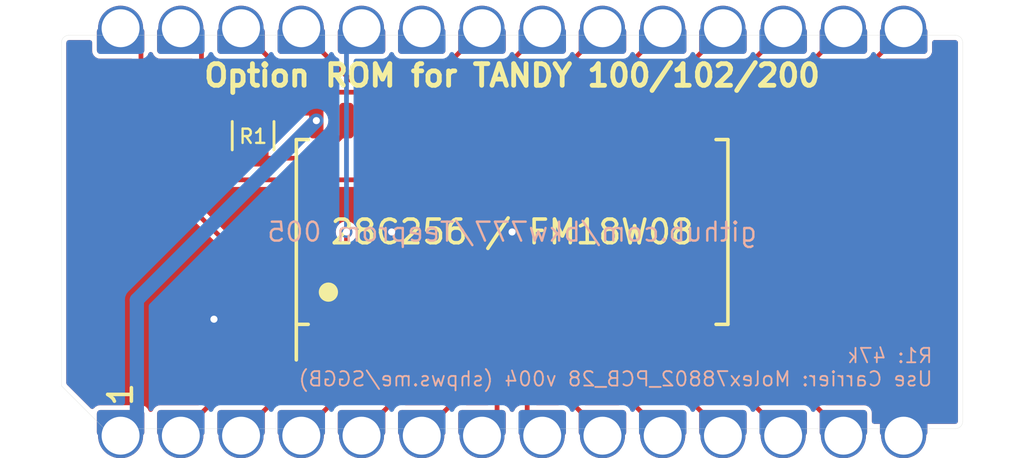
<source format=kicad_pcb>
(kicad_pcb (version 20211014) (generator pcbnew)
  (title_block (title "Teeprom") (date "2022-12-21") (rev "005") (company "b.kenyon.w@gmail.com") (comment 1 "CC-BY-SA") (comment 2 "github.com/bkw777/Teeprom") (comment 3 "Option ROM for TANDY 100/102/200") (comment 4 "Use Carrier: Molex78802_PCB_28 v004 (shpws.me/SGGB)"))
  (layers (0 "F.Cu" signal "Top") (31 "B.Cu" signal "Bottom") (34 "B.Paste" user) (35 "F.Paste" user) (36 "B.SilkS" user "B.Silkscreen") (37 "F.SilkS" user "F.Silkscreen") (38 "B.Mask" user) (39 "F.Mask" user) (44 "Edge.Cuts" user))
  (net 0 "")
  (net 1 "/D3")
  (net 2 "/A10")
  (net 3 "/D4")
  (net 4 "/A7")
  (net 5 "/D5")
  (net 6 "/A6")
  (net 7 "/D6")
  (net 8 "/A5")
  (net 9 "/D7")
  (net 10 "/A4")
  (net 11 "/A11")
  (net 12 "/A3")
  (net 13 "/~{OE}")
  (net 14 "/A2")
  (net 15 "/A13")
  (net 16 "/A1")
  (net 17 "/A0")
  (net 18 "/A12")
  (net 19 "/D0")
  (net 20 "/A9")
  (net 21 "/D1")
  (net 22 "/A8")
  (net 23 "/D2")
  (net 24 "/~{CE}")
  (net 25 "/A14")
  (net 26 "/~{WE}")
  (net 27 "VCC")
  (net 28 "GND")
  (footprint "000_LOCAL:R_0805" (layer "F.Cu") (at 136.2964 95.123 90)
    (fp_text reference "R1" (at -0.0307 0 unlocked) (layer "F.SilkS") (effects (font (size 0.6 0.6) (thickness 0.1))))
    (fp_text value "47k")
    (fp_line (start -0.6 -0.88) (end 0.6 -0.88) (layer "F.SilkS") (width 0.12))
    (fp_line (start 0.6 0.88) (end -0.6 0.88) (layer "F.SilkS") (width 0.12))
    (pad "1" smd roundrect locked (at -0.95 0 90) (size 0.7 1.3) (layers "F.Cu" "F.Paste" "F.Mask") (roundrect_rratio 0.1) (net 26 "/~{WE}"))
    (pad "2" smd roundrect locked (at 0.95 0 90) (size 0.7 1.3) (layers "F.Cu" "F.Paste" "F.Mask") (roundrect_rratio 0.1) (net 27 "VCC"))
  )
  (footprint "000_LOCAL:Molex78802_PCB_28" (layer "F.Cu") (at 147.2184 99.187 90)
    (fp_text reference "J1" hide)
    (fp_text value "Tandy_100_102_200_option_rom" hide)
    (fp_line (start -8.3 18.7) (end -8.3 -17.2) (layer "Edge.Cuts") (width 0.01))
    (fp_line (start 8 -19) (end -6.5 -19) (layer "Edge.Cuts") (width 0.01))
    (fp_line (start -8 19) (end 8 19) (layer "Edge.Cuts") (width 0.01))
    (fp_line (start 8.3 18.7) (end 8.3 -18.7) (layer "Edge.Cuts") (width 0.01))
    (fp_line (start -6.5 -19) (end -8.3 -17.2) (layer "Edge.Cuts") (width 0.01))
    (fp_arc (start 8.3 18.7) (mid 8.212132 18.912132) (end 8 19) (layer "Edge.Cuts") (width 0.01))
    (fp_arc (start 8 -19) (mid 8.212132 -18.912132) (end 8.3 -18.7) (layer "Edge.Cuts") (width 0.01))
    (fp_arc (start -8 19) (mid -8.212132 18.912132) (end -8.3 18.7) (layer "Edge.Cuts") (width 0.01))
    (pad "1" smd roundrect (at -8.0645 -16.51 90) (size 1.1 2) (layers "F.Cu") (roundrect_rratio 0.1363636364) (net 27 "VCC"))
    (pad "1" thru_hole circle (at -8.6002 -16.51 90) (size 1.9 1.9) (drill 1.6) (property pad_prop_castellated) (layers *.Cu *.Mask) (net 27 "VCC"))
    (pad "1" smd roundrect (at -8.0645 -16.51 90) (size 1.1 2) (layers "B.Cu") (roundrect_rratio 0.1363636364) (net 27 "VCC"))
    (pad "2" thru_hole circle (at -8.6002 -13.97 90) (size 1.9 1.9) (drill 1.6) (property pad_prop_castellated) (layers *.Cu *.Mask) (net 2 "/A10"))
    (pad "2" smd roundrect (at -8.0645 -13.97 90) (size 1.1 2) (layers "F.Cu") (roundrect_rratio 0.1363636364) (net 2 "/A10"))
    (pad "2" smd roundrect (at -8.0645 -13.97 90) (size 1.1 2) (layers "B.Cu") (roundrect_rratio 0.1363636364) (net 2 "/A10"))
    (pad "3" thru_hole circle (at -8.6002 -11.43 90) (size 1.9 1.9) (drill 1.6) (property pad_prop_castellated) (layers *.Cu *.Mask) (net 4 "/A7"))
    (pad "3" smd roundrect (at -8.0645 -11.43 90) (size 1.1 2) (layers "F.Cu") (roundrect_rratio 0.1363636364) (net 4 "/A7"))
    (pad "3" smd roundrect (at -8.0645 -11.43 90) (size 1.1 2) (layers "B.Cu") (roundrect_rratio 0.1363636364) (net 4 "/A7"))
    (pad "4" thru_hole circle (at -8.6002 -8.89 90) (size 1.9 1.9) (drill 1.6) (property pad_prop_castellated) (layers *.Cu *.Mask) (net 6 "/A6"))
    (pad "4" smd roundrect (at -8.0645 -8.89 90) (size 1.1 2) (layers "F.Cu") (roundrect_rratio 0.1363636364) (net 6 "/A6"))
    (pad "4" smd roundrect (at -8.0645 -8.89 90) (size 1.1 2) (layers "B.Cu") (roundrect_rratio 0.1363636364) (net 6 "/A6"))
    (pad "5" smd roundrect (at -8.0645 -6.35 90) (size 1.1 2) (layers "F.Cu") (roundrect_rratio 0.1363636364) (net 8 "/A5"))
    (pad "5" thru_hole circle (at -8.6002 -6.35 90) (size 1.9 1.9) (drill 1.6) (property pad_prop_castellated) (layers *.Cu *.Mask) (net 8 "/A5"))
    (pad "5" smd roundrect (at -8.0645 -6.35 90) (size 1.1 2) (layers "B.Cu") (roundrect_rratio 0.1363636364) (net 8 "/A5"))
    (pad "6" thru_hole circle (at -8.6002 -3.81 90) (size 1.9 1.9) (drill 1.6) (property pad_prop_castellated) (layers *.Cu *.Mask) (net 10 "/A4"))
    (pad "6" smd roundrect (at -8.0645 -3.81 90) (size 1.1 2) (layers "F.Cu") (roundrect_rratio 0.1363636364) (net 10 "/A4"))
    (pad "6" smd roundrect (at -8.0645 -3.81 90) (size 1.1 2) (layers "B.Cu") (roundrect_rratio 0.1363636364) (net 10 "/A4"))
    (pad "7" smd roundrect (at -8.0645 -1.27 90) (size 1.1 2) (layers "F.Cu") (roundrect_rratio 0.1363636364) (net 12 "/A3"))
    (pad "7" thru_hole circle (at -8.6002 -1.27 90) (size 1.9 1.9) (drill 1.6) (property pad_prop_castellated) (layers *.Cu *.Mask) (net 12 "/A3"))
    (pad "7" smd roundrect (at -8.0645 -1.27 90) (size 1.1 2) (layers "B.Cu") (roundrect_rratio 0.1363636364) (net 12 "/A3"))
    (pad "8" smd roundrect (at -8.0645 1.27 90) (size 1.1 2) (layers "F.Cu") (roundrect_rratio 0.1363636364) (net 14 "/A2"))
    (pad "8" smd roundrect (at -8.0645 1.27 90) (size 1.1 2) (layers "B.Cu") (roundrect_rratio 0.1363636364) (net 14 "/A2"))
    (pad "8" thru_hole circle (at -8.6002 1.27 90) (size 1.9 1.9) (drill 1.6) (property pad_prop_castellated) (layers *.Cu *.Mask) (net 14 "/A2"))
    (pad "9" thru_hole circle (at -8.6002 3.81 90) (size 1.9 1.9) (drill 1.6) (property pad_prop_castellated) (layers *.Cu *.Mask) (net 16 "/A1"))
    (pad "9" smd roundrect (at -8.0645 3.81 90) (size 1.1 2) (layers "B.Cu") (roundrect_rratio 0.1363636364) (net 16 "/A1"))
    (pad "9" smd roundrect (at -8.0645 3.81 90) (size 1.1 2) (layers "F.Cu") (roundrect_rratio 0.1363636364) (net 16 "/A1"))
    (pad "10" thru_hole circle (at -8.6002 6.35 90) (size 1.9 1.9) (drill 1.6) (property pad_prop_castellated) (layers *.Cu *.Mask) (net 17 "/A0"))
    (pad "10" smd roundrect (at -8.0645 6.35 90) (size 1.1 2) (layers "F.Cu") (roundrect_rratio 0.1363636364) (net 17 "/A0"))
    (pad "10" smd roundrect (at -8.0645 6.35 90) (size 1.1 2) (layers "B.Cu") (roundrect_rratio 0.1363636364) (net 17 "/A0"))
    (pad "11" thru_hole circle (at -8.6002 8.89 90) (size 1.9 1.9) (drill 1.6) (property pad_prop_castellated) (layers *.Cu *.Mask) (net 19 "/D0"))
    (pad "11" smd roundrect (at -8.0645 8.89 90) (size 1.1 2) (layers "F.Cu") (roundrect_rratio 0.1363636364) (net 19 "/D0"))
    (pad "11" smd roundrect (at -8.0645 8.89 90) (size 1.1 2) (layers "B.Cu") (roundrect_rratio 0.1363636364) (net 19 "/D0"))
    (pad "12" smd roundrect (at -8.0645 11.43 90) (size 1.1 2) (layers "F.Cu") (roundrect_rratio 0.1363636364) (net 21 "/D1"))
    (pad "12" smd roundrect (at -8.0645 11.43 90) (size 1.1 2) (layers "B.Cu") (roundrect_rratio 0.1363636364) (net 21 "/D1"))
    (pad "12" thru_hole circle (at -8.6002 11.43 90) (size 1.9 1.9) (drill 1.6) (property pad_prop_castellated) (layers *.Cu *.Mask) (net 21 "/D1"))
    (pad "13" smd roundrect (at -8.0645 13.97 90) (size 1.1 2) (layers "B.Cu") (roundrect_rratio 0.1363636364) (net 23 "/D2"))
    (pad "13" smd roundrect (at -8.0645 13.97 90) (size 1.1 2) (layers "F.Cu") (roundrect_rratio 0.1363636364) (net 23 "/D2"))
    (pad "13" thru_hole circle (at -8.6002 13.97 90) (size 1.9 1.9) (drill 1.6) (property pad_prop_castellated) (layers *.Cu *.Mask) (net 23 "/D2"))
    (pad "14" smd roundrect (at -8.0645 16.51 90) (size 1.1 2) (layers "F.Cu") (roundrect_rratio 0.1363636364) (net 28 "GND"))
    (pad "14" smd roundrect (at -8.0645 16.51 90) (size 1.1 2) (layers "B.Cu") (roundrect_rratio 0.1363636364) (net 28 "GND"))
    (pad "14" thru_hole circle (at -8.6002 16.51 90) (size 1.9 1.9) (drill 1.6) (property pad_prop_castellated) (layers *.Cu *.Mask) (net 28 "GND"))
    (pad "15" thru_hole circle (at 8.6002 16.51 90) (size 1.9 1.9) (drill 1.6) (property pad_prop_castellated) (layers *.Cu *.Mask) (net 1 "/D3"))
    (pad "15" smd roundrect (at 8.0645 16.51 90) (size 1.1 2) (layers "F.Cu") (roundrect_rratio 0.1363636364) (net 1 "/D3"))
    (pad "15" smd roundrect (at 8.0645 16.51 90) (size 1.1 2) (layers "B.Cu") (roundrect_rratio 0.1363636364) (net 1 "/D3"))
    (pad "16" smd roundrect (at 8.0645 13.97 90) (size 1.1 2) (layers "B.Cu") (roundrect_rratio 0.1363636364) (net 3 "/D4"))
    (pad "16" smd roundrect (at 8.0645 13.97 90) (size 1.1 2) (layers "F.Cu") (roundrect_rratio 0.1363636364) (net 3 "/D4"))
    (pad "16" thru_hole circle (at 8.6002 13.97 90) (size 1.9 1.9) (drill 1.6) (property pad_prop_castellated) (layers *.Cu *.Mask) (net 3 "/D4"))
    (pad "17" smd roundrect (at 8.0645 11.43 90) (size 1.1 2) (layers "F.Cu") (roundrect_rratio 0.1363636364) (net 5 "/D5"))
    (pad "17" thru_hole circle (at 8.6002 11.43 90) (size 1.9 1.9) (drill 1.6) (property pad_prop_castellated) (layers *.Cu *.Mask) (net 5 "/D5"))
    (pad "17" smd roundrect (at 8.0645 11.43 90) (size 1.1 2) (layers "B.Cu") (roundrect_rratio 0.1363636364) (net 5 "/D5"))
    (pad "18" thru_hole circle (at 8.6002 8.89 90) (size 1.9 1.9) (drill 1.6) (property pad_prop_castellated) (layers *.Cu *.Mask) (net 7 "/D6"))
    (pad "18" smd roundrect (at 8.0645 8.89 90) (size 1.1 2) (layers "F.Cu") (roundrect_rratio 0.1363636364) (net 7 "/D6"))
    (pad "18" smd roundrect (at 8.0645 8.89 90) (size 1.1 2) (layers "B.Cu") (roundrect_rratio 0.1363636364) (net 7 "/D6"))
    (pad "19" thru_hole circle (at 8.6002 6.35 90) (size 1.9 1.9) (drill 1.6) (property pad_prop_castellated) (layers *.Cu *.Mask) (net 9 "/D7"))
    (pad "19" smd roundrect (at 8.0645 6.35 90) (size 1.1 2) (layers "F.Cu") (roundrect_rratio 0.1363636364) (net 9 "/D7"))
    (pad "19" smd roundrect (at 8.0645 6.35 90) (size 1.1 2) (layers "B.Cu") (roundrect_rratio 0.1363636364) (net 9 "/D7"))
    (pad "20" smd roundrect (at 8.0645 3.81 90) (size 1.1 2) (layers "B.Cu") (roundrect_rratio 0.1363636364) (net 11 "/A11"))
    (pad "20" thru_hole circle (at 8.6002 3.81 90) (size 1.9 1.9) (drill 1.6) (property pad_prop_castellated) (layers *.Cu *.Mask) (net 11 "/A11"))
    (pad "20" smd roundrect (at 8.0645 3.81 90) (size 1.1 2) (layers "F.Cu") (roundrect_rratio 0.1363636364) (net 11 "/A11"))
    (pad "21" smd roundrect (at 8.0645 1.27 90) (size 1.1 2) (layers "B.Cu") (roundrect_rratio 0.1363636364) (net 13 "/~{OE}"))
    (pad "21" smd roundrect (at 8.0645 1.27 90) (size 1.1 2) (layers "F.Cu") (roundrect_rratio 0.1363636364) (net 13 "/~{OE}"))
    (pad "21" thru_hole circle (at 8.6002 1.27 90) (size 1.9 1.9) (drill 1.6) (property pad_prop_castellated) (layers *.Cu *.Mask) (net 13 "/~{OE}"))
    (pad "22" smd roundrect (at 8.0645 -1.27 90) (size 1.1 2) (layers "F.Cu") (roundrect_rratio 0.1363636364) (net 15 "/A13"))
    (pad "22" smd roundrect (at 8.0645 -1.27 90) (size 1.1 2) (layers "B.Cu") (roundrect_rratio 0.1363636364) (net 15 "/A13"))
    (pad "22" thru_hole circle (at 8.6002 -1.27 90) (size 1.9 1.9) (drill 1.6) (property pad_prop_castellated) (layers *.Cu *.Mask) (net 15 "/A13"))
    (pad "23" smd roundrect (at 8.0645 -3.81 90) (size 1.1 2) (layers "B.Cu") (roundrect_rratio 0.1363636364))
    (pad "23" smd roundrect (at 8.0645 -3.81 90) (size 1.1 2) (layers "F.Cu") (roundrect_rratio 0.1363636364))
    (pad "23" thru_hole circle (at 8.6002 -3.81 90) (size 1.9 1.9) (drill 1.6) (property pad_prop_castellated) (layers *.Cu *.Mask))
    (pad "24" thru_hole circle (at 8.6002 -6.35 90) (size 1.9 1.9) (drill 1.6) (property pad_prop_castellated) (layers *.Cu *.Mask) (net 18 "/A12"))
    (pad "24" smd roundrect (at 8.0645 -6.35 90) (size 1.1 2) (layers "F.Cu") (roundrect_rratio 0.1363636364) (net 18 "/A12"))
    (pad "24" smd roundrect (at 8.0645 -6.35 90) (size 1.1 2) (layers "B.Cu") (roundrect_rratio 0.1363636364) (net 18 "/A12"))
    (pad "25" smd roundrect (at 8.0645 -8.89 90) (size 1.1 2) (layers "B.Cu") (roundrect_rratio 0.1363636364) (net 20 "/A9"))
    (pad "25" smd roundrect (at 8.0645 -8.89 90) (size 1.1 2) (layers "F.Cu") (roundrect_rratio 0.1363636364) (net 20 "/A9"))
    (pad "25" thru_hole circle (at 8.6002 -8.89 90) (size 1.9 1.9) (drill 1.6) (property pad_prop_castellated) (layers *.Cu *.Mask) (net 20 "/A9"))
    (pad "26" thru_hole circle (at 8.6002 -11.43 90) (size 1.9 1.9) (drill 1.6) (property pad_prop_castellated) (layers *.Cu *.Mask) (net 22 "/A8"))
    (pad "26" smd roundrect (at 8.0645 -11.43 90) (size 1.1 2) (layers "B.Cu") (roundrect_rratio 0.1363636364) (net 22 "/A8"))
    (pad "26" smd roundrect (at 8.0645 -11.43 90) (size 1.1 2) (layers "F.Cu") (roundrect_rratio 0.1363636364) (net 22 "/A8"))
    (pad "27" smd roundrect (at 8.0645 -13.97 90) (size 1.1 2) (layers "B.Cu") (roundrect_rratio 0.1363636364) (net 24 "/~{CE}"))
    (pad "27" thru_hole circle (at 8.6002 -13.97 90) (size 1.9 1.9) (drill 1.6) (property pad_prop_castellated) (layers *.Cu *.Mask) (net 24 "/~{CE}"))
    (pad "27" smd roundrect (at 8.0645 -13.97 90) (size 1.1 2) (layers "F.Cu") (roundrect_rratio 0.1363636364) (net 24 "/~{CE}"))
    (pad "28" smd roundrect (at 8.0645 -16.51 90) (size 1.1 2) (layers "F.Cu") (roundrect_rratio 0.1363636364) (net 25 "/A14"))
    (pad "28" smd roundrect (at 8.0645 -16.51 90) (size 1.1 2) (layers "B.Cu") (roundrect_rratio 0.1363636364) (net 25 "/A14"))
    (pad "28" thru_hole circle (at 8.6002 -16.51 90) (size 1.9 1.9) (drill 1.6) (property pad_prop_castellated) (layers *.Cu *.Mask) (net 25 "/A14"))
  )
  (footprint "000_LOCAL:SOIC-28W" (layer "F.Cu") (at 147.2184 99.187 90)
    (fp_text reference "U1" hide)
    (fp_text value "28C256 / FM18W08" (at 0 0 unlocked) (layer "F.SilkS"))
    (fp_line (start 3.9 -9.1) (end 3.9 -8.6) (layer "F.SilkS") (width 0.15))
    (fp_line (start -3.9 -9.1) (end -3.9 -8.6) (layer "F.SilkS") (width 0.15))
    (fp_line (start -3.9 9.1) (end 3.9 9.1) (layer "F.SilkS") (width 0.15))
    (fp_line (start 3.9 9.1) (end 3.9 8.6) (layer "F.SilkS") (width 0.15))
    (fp_line (start -5.4 -9.1) (end 3.9 -9.1) (layer "F.SilkS") (width 0.15))
    (fp_line (start -3.9 9.1) (end -3.9 8.6) (layer "F.SilkS") (width 0.15))
    (fp_circle (center -2.54 -7.747) (end -2.3368 -7.747) (layer "F.SilkS") (width 0.4064) (fill none))
    (pad "1" smd roundrect locked (at -4.7 -8.255 90) (size 1.5 0.6) (layers "F.Cu" "F.Paste" "F.Mask") (net 25 "/A14"))
    (pad "2" smd roundrect locked (at -4.7 -6.985 90) (size 1.5 0.6) (layers "F.Cu" "F.Paste" "F.Mask") (net 18 "/A12"))
    (pad "3" smd roundrect locked (at -4.7 -5.715 90) (size 1.5 0.6) (layers "F.Cu" "F.Paste" "F.Mask") (net 4 "/A7"))
    (pad "4" smd roundrect locked (at -4.7 -4.445 90) (size 1.5 0.6) (layers "F.Cu" "F.Paste" "F.Mask") (net 6 "/A6"))
    (pad "5" smd roundrect locked (at -4.7 -3.175 90) (size 1.5 0.6) (layers "F.Cu" "F.Paste" "F.Mask") (net 8 "/A5"))
    (pad "6" smd roundrect locked (at -4.7 -1.905 90) (size 1.5 0.6) (layers "F.Cu" "F.Paste" "F.Mask") (net 10 "/A4"))
    (pad "7" smd roundrect locked (at -4.7 -0.635 90) (size 1.5 0.6) (layers "F.Cu" "F.Paste" "F.Mask") (net 12 "/A3"))
    (pad "8" smd roundrect locked (at -4.7 0.635 90) (size 1.5 0.6) (layers "F.Cu" "F.Paste" "F.Mask") (net 14 "/A2"))
    (pad "9" smd roundrect locked (at -4.7 1.905 90) (size 1.5 0.6) (layers "F.Cu" "F.Paste" "F.Mask") (net 16 "/A1"))
    (pad "10" smd roundrect locked (at -4.7 3.175 90) (size 1.5 0.6) (layers "F.Cu" "F.Paste" "F.Mask") (net 17 "/A0"))
    (pad "11" smd roundrect locked (at -4.7 4.445 90) (size 1.5 0.6) (layers "F.Cu" "F.Paste" "F.Mask") (net 19 "/D0"))
    (pad "12" smd roundrect locked (at -4.7 5.715 90) (size 1.5 0.6) (layers "F.Cu" "F.Paste" "F.Mask") (net 21 "/D1"))
    (pad "13" smd roundrect locked (at -4.7 6.985 90) (size 1.5 0.6) (layers "F.Cu" "F.Paste" "F.Mask") (net 23 "/D2"))
    (pad "14" smd roundrect locked (at -4.7 8.255 90) (size 1.5 0.6) (layers "F.Cu" "F.Paste" "F.Mask") (net 28 "GND"))
    (pad "15" smd roundrect locked (at 4.7 8.255 90) (size 1.5 0.6) (layers "F.Cu" "F.Paste" "F.Mask") (net 1 "/D3"))
    (pad "16" smd roundrect locked (at 4.7 6.985 90) (size 1.5 0.6) (layers "F.Cu" "F.Paste" "F.Mask") (net 3 "/D4"))
    (pad "17" smd roundrect locked (at 4.7 5.715 90) (size 1.5 0.6) (layers "F.Cu" "F.Paste" "F.Mask") (net 5 "/D5"))
    (pad "18" smd roundrect locked (at 4.7 4.445 90) (size 1.5 0.6) (layers "F.Cu" "F.Paste" "F.Mask") (net 7 "/D6"))
    (pad "19" smd roundrect locked (at 4.7 3.175 90) (size 1.5 0.6) (layers "F.Cu" "F.Paste" "F.Mask") (net 9 "/D7"))
    (pad "20" smd roundrect locked (at 4.7 1.905 90) (size 1.5 0.6) (layers "F.Cu" "F.Paste" "F.Mask") (net 24 "/~{CE}"))
    (pad "21" smd roundrect locked (at 4.7 0.635 90) (size 1.5 0.6) (layers "F.Cu" "F.Paste" "F.Mask") (net 2 "/A10"))
    (pad "22" smd roundrect locked (at 4.7 -0.635 90) (size 1.5 0.6) (layers "F.Cu" "F.Paste" "F.Mask") (net 13 "/~{OE}"))
    (pad "23" smd roundrect locked (at 4.7 -1.905 90) (size 1.5 0.6) (layers "F.Cu" "F.Paste" "F.Mask") (net 11 "/A11"))
    (pad "24" smd roundrect locked (at 4.7 -3.175 90) (size 1.5 0.6) (layers "F.Cu" "F.Paste" "F.Mask") (net 20 "/A9"))
    (pad "25" smd roundrect locked (at 4.7 -4.445 90) (size 1.5 0.6) (layers "F.Cu" "F.Paste" "F.Mask") (net 22 "/A8"))
    (pad "26" smd roundrect locked (at 4.7 -5.715 90) (size 1.5 0.6) (layers "F.Cu" "F.Paste" "F.Mask") (net 15 "/A13"))
    (pad "27" smd roundrect locked (at 4.7 -6.985 90) (size 1.5 0.6) (layers "F.Cu" "F.Paste" "F.Mask") (net 26 "/~{WE}"))
    (pad "28" smd roundrect locked (at 4.7 -8.255 90) (size 1.5 0.6) (layers "F.Cu" "F.Paste" "F.Mask") (net 27 "VCC"))
  )
  (gr_text "${COMMENT2} ${REVISION}" (at 147.2184 99.187) (layer "B.SilkS") (effects (font (size 0.8 0.8) (thickness 0.1)) (justify mirror)))
  (gr_text "R1: ${00000000-0000-0000-0000-00005d22c129:VALUE}\n${COMMENT4}" (at 164.9984 104.902) (layer "B.SilkS") (effects (font (size 0.6096 0.6096) (thickness 0.0762)) (justify left mirror)))
  (gr_text "${COMMENT3}" (at 147.2184 92.583) (layer "F.SilkS") (effects (font (size 0.9144 0.9144) (thickness 0.2032))))
  (gr_text "1" (at 130.7084 106.045 90) (layer "F.SilkS") (effects (font (size 1 1))))
  (segment (start 159.9233 94.487) (end 155.4734 94.487) (width 0.2) (layer "F.Cu") (net 1))
  (segment (start 163.7284 90.6819) (end 159.9233 94.487) (width 0.2) (layer "F.Cu") (net 1))
  (segment (start 163.7284 90.5868) (end 163.7284 90.6819) (width 0.2) (layer "F.Cu") (net 1))
  (segment (start 140.5564 105.087) (end 135.8684 105.087) (width 0.2) (layer "F.Cu") (net 2))
  (segment (start 149.7584 95.497) (end 146.0684 99.187) (width 0.2) (layer "F.Cu") (net 2))
  (segment (start 133.2484 107.707) (end 133.2484 107.7872) (width 0.2) (layer "F.Cu") (net 2))
  (segment (start 147.8534 94.487) (end 147.8534 94.0435) (width 0.2) (layer "F.Cu") (net 2))
  (segment (start 135.8684 105.087) (end 133.2484 107.707) (width 0.2) (layer "F.Cu") (net 2))
  (segment (start 144.567525 99.187) (end 140.8684 102.886125) (width 0.2) (layer "F.Cu") (net 2))
  (segment (start 148.6099 93.287) (end 149.4464 93.287) (width 0.2) (layer "F.Cu") (net 2))
  (segment (start 140.8684 102.886125) (end 140.8684 104.775) (width 0.2) (layer "F.Cu") (net 2))
  (segment (start 140.8684 104.775) (end 140.5564 105.087) (width 0.2) (layer "F.Cu") (net 2))
  (segment (start 149.4464 93.287) (end 149.7584 93.599) (width 0.2) (layer "F.Cu") (net 2))
  (segment (start 147.8534 94.0435) (end 148.6099 93.287) (width 0.2) (layer "F.Cu") (net 2))
  (segment (start 149.7584 93.599) (end 149.7584 95.497) (width 0.2) (layer "F.Cu") (net 2))
  (segment (start 146.0684 99.187) (end 144.567525 99.187) (width 0.2) (layer "F.Cu") (net 2))
  (segment (start 154.9599 93.287) (end 158.5684 93.287) (width 0.2) (layer "F.Cu") (net 3))
  (segment (start 161.1884 90.667) (end 161.1884 90.5868) (width 0.2) (layer "F.Cu") (net 3))
  (segment (start 158.5684 93.287) (end 161.1884 90.667) (width 0.2) (layer "F.Cu") (net 3))
  (segment (start 154.2034 94.0435) (end 154.9599 93.287) (width 0.2) (layer "F.Cu") (net 3))
  (segment (start 154.2034 94.487) (end 154.2034 94.0435) (width 0.2) (layer "F.Cu") (net 3))
  (segment (start 140.8057 105.587) (end 141.5034 104.8893) (width 0.2) (layer "F.Cu") (net 4))
  (segment (start 135.7884 107.7021) (end 137.9035 105.587) (width 0.2) (layer "F.Cu") (net 4))
  (segment (start 141.5034 104.8893) (end 141.5034 103.887) (width 0.2) (layer "F.Cu") (net 4))
  (segment (start 137.9035 105.587) (end 140.8057 105.587) (width 0.2) (layer "F.Cu") (net 4))
  (segment (start 135.7884 107.7872) (end 135.7884 107.7021) (width 0.2) (layer "F.Cu") (net 4))
  (segment (start 152.9334 94.043) (end 152.9334 94.487) (width 0.2) (layer "F.Cu") (net 5))
  (segment (start 158.6484 90.6719) (end 156.5333 92.787) (width 0.2) (layer "F.Cu") (net 5))
  (segment (start 158.6484 90.5868) (end 158.6484 90.6719) (width 0.2) (layer "F.Cu") (net 5))
  (segment (start 156.5333 92.787) (end 154.1894 92.787) (width 0.2) (layer "F.Cu") (net 5))
  (segment (start 154.1894 92.787) (end 152.9334 94.043) (width 0.2) (layer "F.Cu") (net 5))
  (segment (start 139.9485 106.087) (end 138.3284 107.7071) (width 0.2) (layer "F.Cu") (net 6))
  (segment (start 142.7734 104.394) (end 141.0804 106.087) (width 0.2) (layer "F.Cu") (net 6))
  (segment (start 142.7734 103.887) (end 142.7734 104.394) (width 0.2) (layer "F.Cu") (net 6))
  (segment (start 141.0804 106.087) (end 139.9485 106.087) (width 0.2) (layer "F.Cu") (net 6))
  (segment (start 138.3284 107.7071) (end 138.3284 107.7872) (width 0.2) (layer "F.Cu") (net 6))
  (segment (start 156.1084 90.697) (end 156.1084 90.5868) (width 0.2) (layer "F.Cu") (net 7))
  (segment (start 151.6634 94.0435) (end 153.4199 92.287) (width 0.2) (layer "F.Cu") (net 7))
  (segment (start 153.4199 92.287) (end 154.5184 92.287) (width 0.2) (layer "F.Cu") (net 7))
  (segment (start 151.6634 94.487) (end 151.6634 94.0435) (width 0.2) (layer "F.Cu") (net 7))
  (segment (start 154.5184 92.287) (end 156.1084 90.697) (width 0.2) (layer "F.Cu") (net 7))
  (segment (start 140.8684 107.6871) (end 143.8684 104.6871) (width 0.2) (layer "F.Cu") (net 8))
  (segment (start 143.8684 104.6871) (end 143.8684 104.062) (width 0.2) (layer "F.Cu") (net 8))
  (segment (start 143.8684 104.062) (end 144.0434 103.887) (width 0.2) (layer "F.Cu") (net 8))
  (segment (start 140.8684 107.7872) (end 140.8684 107.6871) (width 0.2) (layer "F.Cu") (net 8))
  (segment (start 150.5684 93.687) (end 150.5684 94.312) (width 0.2) (layer "F.Cu") (net 9))
  (segment (start 150.5684 94.312) (end 150.3934 94.487) (width 0.2) (layer "F.Cu") (net 9))
  (segment (start 153.5684 90.5868) (end 153.5684 90.687) (width 0.2) (layer "F.Cu") (net 9))
  (segment (start 153.5684 90.687) (end 150.5684 93.687) (width 0.2) (layer "F.Cu") (net 9))
  (segment (start 143.4084 107.7872) (end 143.4084 107.7171) (width 0.2) (layer "F.Cu") (net 10))
  (segment (start 143.4084 107.7171) (end 145.3134 105.8121) (width 0.2) (layer "F.Cu") (net 10))
  (segment (start 145.3134 105.8121) (end 145.3134 103.887) (width 0.2) (layer "F.Cu") (net 10))
  (segment (start 146.9719 95.687) (end 146.0679 95.687) (width 0.2) (layer "F.Cu") (net 11))
  (segment (start 146.0679 95.687) (end 145.3134 94.9325) (width 0.2) (layer "F.Cu") (net 11))
  (segment (start 147.9034 92.787) (end 147.2184 93.472) (width 0.2) (layer "F.Cu") (net 11))
  (segment (start 145.3134 94.9325) (end 145.3134 94.487) (width 0.2) (layer "F.Cu") (net 11))
  (segment (start 147.2184 95.4405) (end 146.9719 95.687) (width 0.2) (layer "F.Cu") (net 11))
  (segment (start 147.2184 93.472) (end 147.2184 95.4405) (width 0.2) (layer "F.Cu") (net 11))
  (segment (start 148.9184 92.787) (end 147.9034 92.787) (width 0.2) (layer "F.Cu") (net 11))
  (segment (start 151.0284 90.5868) (end 151.0284 90.677) (width 0.2) (layer "F.Cu") (net 11))
  (segment (start 151.0284 90.677) (end 148.9184 92.787) (width 0.2) (layer "F.Cu") (net 11))
  (segment (start 146.5834 107.152) (end 146.5834 103.887) (width 0.2) (layer "F.Cu") (net 12))
  (segment (start 145.9484 107.7872) (end 145.9484 107.787) (width 0.2) (layer "F.Cu") (net 12))
  (segment (start 145.9484 107.787) (end 146.5834 107.152) (width 0.2) (layer "F.Cu") (net 12))
  (segment (start 148.4884 90.667) (end 148.4884 90.5868) (width 0.2) (layer "F.Cu") (net 13))
  (segment (start 146.5834 92.572) (end 148.4884 90.667) (width 0.2) (layer "F.Cu") (net 13))
  (segment (start 146.5834 94.487) (end 146.5834 92.572) (width 0.2) (layer "F.Cu") (net 13))
  (segment (start 148.4884 90.805) (end 148.4884 90.74149) (width 0.2) (layer "B.Cu") (net 13))
  (segment (start 148.4884 107.7872) (end 147.8534 107.1522) (width 0.2) (layer "F.Cu") (net 14))
  (segment (start 147.8534 107.1522) (end 147.8534 103.887) (width 0.2) (layer "F.Cu") (net 14))
  (segment (start 144.6784 91.927) (end 145.9484 90.657) (width 0.2) (layer "F.Cu") (net 15))
  (segment (start 141.5034 94.9325) (end 142.2579 95.687) (width 0.2) (layer "F.Cu") (net 15))
  (segment (start 141.5034 94.487) (end 141.5034 94.9325) (width 0.2) (layer "F.Cu") (net 15))
  (segment (start 144.6784 95.377) (end 144.6784 91.927) (width 0.2) (layer "F.Cu") (net 15))
  (segment (start 145.9484 90.657) (end 145.9484 90.5868) (width 0.2) (layer "F.Cu") (net 15))
  (segment (start 142.2579 95.687) (end 144.3684 95.687) (width 0.2) (layer "F.Cu") (net 15))
  (segment (start 144.3684 95.687) (end 144.6784 95.377) (width 0.2) (layer "F.Cu") (net 15))
  (segment (start 151.0284 107.697) (end 149.1234 105.792) (width 0.2) (layer "F.Cu") (net 16))
  (segment (start 149.1234 105.792) (end 149.1234 103.887) (width 0.2) (layer "F.Cu") (net 16))
  (segment (start 151.0284 107.7872) (end 151.0284 107.697) (width 0.2) (layer "F.Cu") (net 16))
  (segment (start 153.5684 107.7872) (end 153.5684 107.687) (width 0.2) (layer "F.Cu") (net 17))
  (segment (start 150.5684 104.062) (end 150.3934 103.887) (width 0.2) (layer "F.Cu") (net 17))
  (segment (start 150.5684 104.687) (end 150.5684 104.062) (width 0.2) (layer "F.Cu") (net 17))
  (segment (start 153.5684 107.687) (end 150.5684 104.687) (width 0.2) (layer "F.Cu") (net 17))
  (segment (start 140.2334 103.887) (end 140.2334 99.187) (width 0.2) (layer "F.Cu") (net 18))
  (via (at 140.2334 99.187) (size 0.5) (drill 0.3) (layers "F.Cu" "B.Cu") (net 18))
  (segment (start 140.2334 91.2218) (end 140.8684 90.5868) (width 0.2) (layer "B.Cu") (net 18))
  (segment (start 140.2334 99.187) (end 140.2334 91.2218) (width 0.2) (layer "B.Cu") (net 18))
  (segment (start 151.6634 104.3305) (end 153.4199 106.087) (width 0.2) (layer "F.Cu") (net 19))
  (segment (start 153.4199 106.087) (end 154.5133 106.087) (width 0.2) (layer "F.Cu") (net 19))
  (segment (start 156.1084 107.6821) (end 156.1084 107.7872) (width 0.2) (layer "F.Cu") (net 19))
  (segment (start 154.5133 106.087) (end 156.1084 107.6821) (width 0.2) (layer "F.Cu") (net 19))
  (segment (start 151.6634 103.887) (end 151.6634 104.3305) (width 0.2) (layer "F.Cu") (net 19))
  (segment (start 140.4184 92.787) (end 142.7869 92.787) (width 0.2) (layer "F.Cu") (net 20))
  (segment (start 144.0434 94.0435) (end 144.0434 94.487) (width 0.2) (layer "F.Cu") (net 20))
  (segment (start 142.7869 92.787) (end 144.0434 94.0435) (width 0.2) (layer "F.Cu") (net 20))
  (segment (start 138.3284 90.5868) (end 138.3284 90.697) (width 0.2) (layer "F.Cu") (net 20))
  (segment (start 138.3284 90.697) (end 140.4184 92.787) (width 0.2) (layer "F.Cu") (net 20))
  (segment (start 154.1899 105.587) (end 152.9334 104.3305) (width 0.2) (layer "F.Cu") (net 21))
  (segment (start 156.5184 105.587) (end 154.1899 105.587) (width 0.2) (layer "F.Cu") (net 21))
  (segment (start 152.9334 104.3305) (end 152.9334 103.887) (width 0.2) (layer "F.Cu") (net 21))
  (segment (start 158.6484 107.717) (end 156.5184 105.587) (width 0.2) (layer "F.Cu") (net 21))
  (segment (start 158.6484 107.7872) (end 158.6484 107.717) (width 0.2) (layer "F.Cu") (net 21))
  (segment (start 135.7884 90.5868) (end 135.7884 90.657) (width 0.2) (layer "F.Cu") (net 22))
  (segment (start 135.7884 90.657) (end 138.4184 93.287) (width 0.2) (layer "F.Cu") (net 22))
  (segment (start 142.0169 93.287) (end 142.7734 94.0435) (width 0.2) (layer "F.Cu") (net 22))
  (segment (start 138.4184 93.287) (end 142.0169 93.287) (width 0.2) (layer "F.Cu") (net 22))
  (segment (start 142.7734 94.0435) (end 142.7734 94.487) (width 0.2) (layer "F.Cu") (net 22))
  (segment (start 154.2034 103.887) (end 154.2034 104.3305) (width 0.2) (layer "F.Cu") (net 23))
  (segment (start 161.1884 107.707) (end 161.1884 107.7872) (width 0.2) (layer "F.Cu") (net 23))
  (segment (start 154.9599 105.087) (end 158.5684 105.087) (width 0.2) (layer "F.Cu") (net 23))
  (segment (start 154.2034 104.3305) (end 154.9599 105.087) (width 0.2) (layer "F.Cu") (net 23))
  (segment (start 158.5684 105.087) (end 161.1884 107.707) (width 0.2) (layer "F.Cu") (net 23))
  (segment (start 134.1184 91.457) (end 134.1184 95.787) (width 0.2) (layer "F.Cu") (net 24))
  (segment (start 133.2484 90.587) (end 134.1184 91.457) (width 0.2) (layer "F.Cu") (net 24))
  (segment (start 133.2484 90.5868) (end 133.2484 90.587) (width 0.2) (layer "F.Cu") (net 24))
  (segment (start 134.1184 95.787) (end 135.3184 96.987) (width 0.2) (layer "F.Cu") (net 24))
  (segment (start 147.0684 96.987) (end 149.1234 94.932) (width 0.2) (layer "F.Cu") (net 24))
  (segment (start 149.1234 94.932) (end 149.1234 94.487) (width 0.2) (layer "F.Cu") (net 24))
  (segment (start 135.3184 96.987) (end 147.0684 96.987) (width 0.2) (layer "F.Cu") (net 24))
  (segment (start 131.5684 96.0465) (end 138.9634 103.4415) (width 0.2) (layer "F.Cu") (net 25))
  (segment (start 138.9634 103.4415) (end 138.9634 103.887) (width 0.2) (layer "F.Cu") (net 25))
  (segment (start 130.7084 90.5868) (end 131.5684 91.4468) (width 0.2) (layer "F.Cu") (net 25))
  (segment (start 131.5684 91.4468) (end 131.5684 96.0465) (width 0.2) (layer "F.Cu") (net 25))
  (segment (start 140.2334 94.947) (end 139.1074 96.073) (width 0.2) (layer "F.Cu") (net 26))
  (segment (start 139.1074 96.073) (end 136.2964 96.073) (width 0.2) (layer "F.Cu") (net 26))
  (segment (start 140.2334 94.487) (end 140.2334 94.947) (width 0.2) (layer "F.Cu") (net 26))
  (segment (start 136.2964 94.173) (end 138.9634 94.173) (width 0.2) (layer "F.Cu") (net 27))
  (segment (start 138.9634 94.173) (end 138.9634 94.487) (width 0.2) (layer "F.Cu") (net 27))
  (via (at 138.9634 94.487) (size 0.5) (drill 0.3) (layers "F.Cu" "B.Cu") (net 27))
  (segment (start 131.3942 107.1014) (end 130.7084 107.7872) (width 0.6) (layer "B.Cu") (net 27))
  (segment (start 131.3942 102.0562) (end 131.3942 107.1014) (width 0.6) (layer "B.Cu") (net 27))
  (segment (start 138.9634 94.487) (end 131.3942 102.0562) (width 0.6) (layer "B.Cu") (net 27))
  (via (at 134.6454 102.87) (size 0.5) (drill 0.3) (layers "F.Cu" "B.Cu") (net 28))
  (via (at 147.2184 99.187) (size 0.5) (drill 0.3) (layers "F.Cu" "B.Cu") (net 28))
  (via (at 142.1384 99.187) (size 0.5) (drill 0.3) (layers "F.Cu" "B.Cu") (net 28))
  (zone (net 28) (net_name "GND") (layer "F.Cu") (connect_pads yes (clearance 0.2)) (min_thickness 0.2) (fill yes (thermal_gap 0.2) (thermal_bridge_width 0.3) (smoothing fillet) (radius 0.1))
    (polygon (pts (xy 166.2184 90.887) (xy 166.2184 107.487) (xy 128.2184 107.487) (xy 128.2184 90.887)))
  )
  (zone (net 28) (net_name "GND") (layer "B.Cu") (connect_pads yes (clearance 0.2)) (min_thickness 0.2) (fill yes (thermal_gap 0.2) (thermal_bridge_width 0.3) (smoothing fillet) (radius 0.1))
    (polygon (pts (xy 166.2184 90.887) (xy 166.2184 107.487) (xy 128.2184 107.487) (xy 128.2184 90.887)))
  )
)
</source>
